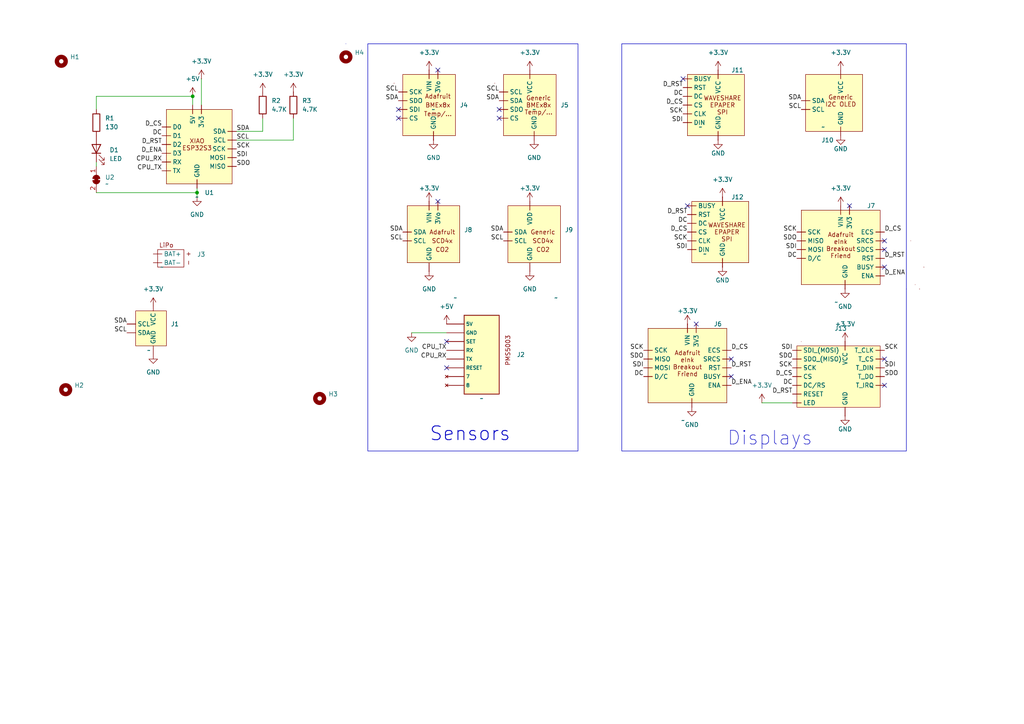
<source format=kicad_sch>
(kicad_sch (version 20231120) (generator "eeschema") (generator_version "8.0")
  (paper "A4")
  (title_block (title "BYO CO2 Monitor Prototype") (date "2024-07-22") (rev "0.2.0") (company "PDX Hackerspace / CETI Institute") (comment 1 "John Romkey"))
  (lib_symbols
    (symbol "1My Symbols:Waveshare_ePaper" (pin_numbers hide)
      (property "Reference" "J" (at 0 17.78 0))
      (symbol "Waveshare_ePaper_1_1"
        (rectangle (start -3.81 15.24) (end 12.7 -2.54) (fill (type background)))
        (text "WAVESHARE\nEPAPER\nSPI" (at 6.35 6.35 0) (effects (font (size 1.27 1.27))))
        (pin output line (at -5.08 13.97 0) (length 2.54) (name "BUSY") (number "1"))
        (pin input line (at -5.08 11.43 0) (length 2.54) (name "RST") (number "2"))
        (pin input line (at -5.08 8.89 0) (length 2.54) (name "DC") (number "3"))
        (pin input line (at -5.08 6.35 0) (length 2.54) (name "CS") (number "4"))
        (pin input line (at -5.08 3.81 0) (length 2.54) (name "CLK") (number "5"))
        (pin input line (at -5.08 1.27 0) (length 2.54) (name "DIN") (number "6"))
        (pin power_in line (at 5.08 -3.81 90) (length 2.54) (name "GND") (number "7"))
        (pin power_in line (at 5.08 16.51 270) (length 2.54) (name "VCC") (number "8"))
      )
    )
    (symbol "1mySymbols:Adafruit_BMEx8x_Breakout" (pin_numbers hide)
      (property "Reference" "J" (at 10.16 2.54 0))
      (symbol "Adafruit_BMEx8x_Breakout_1_1"
        (rectangle (start -11.43 7.62) (end -11.43 7.62))
        (rectangle (start -11.43 7.62) (end -11.43 7.62))
        (rectangle (start -8.89 10.16) (end 6.35 -7.62) (fill (type background)))
        (text "Adafruit" (at 1.27 3.81 0) (effects (font (size 1.27 1.27))))
        (text "BMEx8x" (at 1.27 1.27 0) (effects (font (size 1.27 1.27))))
        (text "Temp/..." (at 1.27 -1.27 0) (effects (font (size 1.27 1.27))))
        (pin power_in line (at -1.27 11.43 270) (length 2.54) (name "VIN") (number "1"))
        (pin power_out line (at 1.27 11.43 270) (length 2.54) (name "3Vo") (number "2"))
        (pin power_in line (at 0 -8.89 90) (length 2.54) (name "GND") (number "3"))
        (pin input line (at -10.16 5.08 0) (length 2.54) (name "SCK") (number "4"))
        (pin output line (at -10.16 2.54 0) (length 2.54) (name "SDO") (number "5"))
        (pin input line (at -10.16 0 0) (length 2.54) (name "SDI") (number "6"))
        (pin input line (at -10.16 -2.54 0) (length 2.54) (name "CS") (number "7"))
      )
    )
    (symbol "1mySymbols:Adafruit_SCD4x_Breakout" (pin_numbers hide)
      (property "Reference" "J" (at 2.54 19.05 0))
      (property "Footprint" "1myFootprints:Adafruit SCD4x Breakout" (at 0 0 0))
      (symbol "Adafruit_SCD4x_Breakout_1_1"
        (rectangle (start -13.97 26.67) (end 1.27 10.16) (fill (type background)))
        (text "Adafruit" (at -3.81 19.05 0) (effects (font (size 1.27 1.27))))
        (text "CO2" (at -3.81 13.97 0) (effects (font (size 1.27 1.27))))
        (text "SCD4x" (at -3.81 16.51 0) (effects (font (size 1.27 1.27))))
        (pin power_in line (at -7.62 27.94 270) (length 2.54) (name "VIN") (number "1"))
        (pin output line (at -5.08 27.94 270) (length 2.54) (name "3Vo") (number "2"))
        (pin power_in line (at -7.62 7.62 90) (length 2.54) (name "GND") (number "3"))
        (pin input line (at -15.24 16.51 0) (length 2.54) (name "SCL") (number "4"))
        (pin bidirectional line (at -15.24 19.05 0) (length 2.54) (name "SDA") (number "5"))
      )
    )
    (symbol "1mySymbols:Adafruit_eInk_Breakout_Friend" (pin_numbers hide)
      (property "Reference" "J" (at 0 0 0))
      (property "Footprint" "1myFootprints:Adafruit eInk Breakout Friend" (at 0 0 0))
      (symbol "Adafruit_eInk_Breakout_Friend_1_1"
        (rectangle (start -10.16 26.67) (end 12.7 5.08) (fill (type background)))
        (text "Adafruit\neInk\nBreakout\nFriend" (at 1.27 16.51 0) (effects (font (size 1.27 1.27))))
        (pin power_in line (at 1.27 27.94 270) (length 2.54) (name "VIN") (number "1"))
        (pin input line (at 13.97 15.24 180) (length 2.54) (name "RST") (number "10"))
        (pin input line (at 13.97 12.7 180) (length 2.54) (name "BUSY") (number "11"))
        (pin input line (at 13.97 10.16 180) (length 2.54) (name "ENA") (number "12"))
        (pin power_out line (at 3.81 27.94 270) (length 2.54) (name "3V3") (number "2"))
        (pin power_in line (at 2.54 3.81 90) (length 2.54) (name "GND") (number "3"))
        (pin input line (at -11.43 20.32 0) (length 2.54) (name "SCK") (number "4"))
        (pin output line (at -11.43 17.78 0) (length 2.54) (name "MISO") (number "5"))
        (pin input line (at -11.43 15.24 0) (length 2.54) (name "MOSI") (number "6"))
        (pin input line (at 13.97 20.32 180) (length 2.54) (name "ECS") (number "7"))
        (pin input line (at -11.43 12.7 0) (length 2.54) (name "D/C") (number "8"))
        (pin input line (at 13.97 17.78 180) (length 2.54) (name "SRCS") (number "9"))
      )
    )
    (symbol "1mySymbols:Adafruit_eInk_Breakout_GENERIC" (pin_numbers hide)
      (property "Reference" "J" (at 0 0 0))
      (property "Footprint" "1myFootprints:Adafruit eInk Breakout (GENERIC)" (at 0 0 0))
      (symbol "Adafruit_eInk_Breakout_GENERIC_1_1"
        (rectangle (start -10.16 26.67) (end 12.7 5.08) (fill (type background)))
        (text "Adafruit\neInk\nBreakout\nFriend" (at 1.27 16.51 0) (effects (font (size 1.27 1.27))))
        (pin power_in line (at 1.27 27.94 270) (length 2.54) (name "VIN") (number "1"))
        (pin input line (at 13.97 15.24 180) (length 2.54) (name "SDCS") (number "10"))
        (pin input line (at 13.97 12.7 180) (length 2.54) (name "RST") (number "11"))
        (pin input line (at 13.97 10.16 180) (length 2.54) (name "BUSY") (number "12"))
        (pin input line (at 13.97 7.62 180) (length 2.54) (name "ENA") (number "13"))
        (pin power_out line (at 3.81 27.94 270) (length 2.54) (name "3V3") (number "2"))
        (pin power_in line (at 2.54 3.81 90) (length 2.54) (name "GND") (number "3"))
        (pin input line (at -11.43 20.32 0) (length 2.54) (name "SCK") (number "4"))
        (pin output line (at -11.43 17.78 0) (length 2.54) (name "MISO") (number "5"))
        (pin input line (at -11.43 15.24 0) (length 2.54) (name "MOSI") (number "6"))
        (pin input line (at 13.97 20.32 180) (length 2.54) (name "ECS") (number "7"))
        (pin input line (at -11.43 12.7 0) (length 2.54) (name "D/C") (number "8"))
        (pin input line (at 13.97 17.78 180) (length 2.54) (name "SRCS") (number "9"))
      )
    )
    (symbol "1mySymbols:Generic_BMEx8x_Breakout" (pin_numbers hide)
      (property "Reference" "J" (at 10.16 2.54 0))
      (symbol "Generic_BMEx8x_Breakout_1_1"
        (rectangle (start -11.43 7.62) (end -11.43 7.62))
        (rectangle (start -11.43 7.62) (end -11.43 7.62))
        (rectangle (start -8.89 10.16) (end 6.35 -7.62) (fill (type background)))
        (text "Generic\nBMEx8x\nTemp/..." (at 1.27 1.27 0) (effects (font (size 1.27 1.27))))
        (pin power_in line (at -1.27 11.43 270) (length 2.54) (name "VCC") (number "1"))
        (pin power_in line (at 0 -8.89 90) (length 2.54) (name "GND") (number "2"))
        (pin input line (at -10.16 5.08 0) (length 2.54) (name "SCL") (number "3"))
        (pin bidirectional line (at -10.16 2.54 0) (length 2.54) (name "SDA") (number "4"))
        (pin input line (at -10.16 0 0) (length 2.54) (name "SDO") (number "5"))
        (pin input line (at -10.16 -2.54 0) (length 2.54) (name "CS") (number "6"))
      )
    )
    (symbol "1mySymbols:Generic_I2C_OLED" (pin_numbers hide)
      (property "Reference" "J" (at 1.27 -3.81 0))
      (symbol "Generic_I2C_OLED_1_1"
        (rectangle (start -5.08 15.24) (end 11.43 -1.27) (fill (type background)))
        (text "Generic\nI2C OLED" (at 5.08 7.62 0) (effects (font (size 1.27 1.27))))
        (pin input line (at -6.35 7.62 0) (length 2.54) (name "SDA") (number "1"))
        (pin input line (at -6.35 5.08 0) (length 2.54) (name "SCL") (number "2"))
        (pin power_in line (at 5.08 -2.54 90) (length 2.54) (name "GND") (number "3"))
        (pin power_in line (at 5.08 16.51 270) (length 2.54) (name "VCC") (number "4"))
      )
    )
    (symbol "1mySymbols:Generic_SCD4x_Breakout" (pin_numbers hide)
      (property "Reference" "J" (at 2.54 19.05 0))
      (property "Footprint" "1myFootprints:Generic SCD4x Breakout" (at 0 0 0))
      (symbol "Generic_SCD4x_Breakout_1_1"
        (rectangle (start -13.97 26.67) (end 1.27 10.16) (fill (type background)))
        (text "CO2" (at -3.81 13.97 0) (effects (font (size 1.27 1.27))))
        (text "Generic" (at -3.81 19.05 0) (effects (font (size 1.27 1.27))))
        (text "SCD4x" (at -3.81 16.51 0) (effects (font (size 1.27 1.27))))
        (pin power_in line (at -7.62 7.62 90) (length 2.54) (name "GND") (number "1"))
        (pin power_in line (at -7.62 27.94 270) (length 2.54) (name "VDD") (number "2"))
        (pin input line (at -15.24 16.51 0) (length 2.54) (name "SCL") (number "3"))
        (pin bidirectional line (at -15.24 19.05 0) (length 2.54) (name "SDA") (number "4"))
      )
    )
    (symbol "1mySymbols:LiPo_Connector" (pin_numbers hide)
      (property "Reference" "J" (at 0 -1.27 0))
      (symbol "LiPo_Connector_0_1"
        (rectangle (start -1.27 5.08) (end 6.35 0))
      )
      (symbol "LiPo_Connector_1_1"
        (text "+" (at 7.62 3.81 900) (effects (font (size 1.27 1.27))))
        (text "-" (at 7.62 1.27 900) (effects (font (size 1.27 1.27))))
        (text "LiPo" (at 1.27 6.35 0) (effects (font (size 1.27 1.27))))
        (pin bidirectional line (at -2.54 1.27 0) (length 2.54) (name "BAT-") (number "1"))
        (pin bidirectional line (at -2.54 3.81 0) (length 2.54) (name "BAT+") (number "2"))
      )
    )
    (symbol "1mySymbols:PMS5003_Connector" (pin_numbers hide)
      (property "Reference" "J" (at 0 26.67 0))
      (symbol "PMS5003_Connector_0_0"
        (rectangle (start -5.08 1.27) (end 5.08 24.13) (stroke (width 0.254)) (fill (type background)))
      )
      (symbol "PMS5003_Connector_1_0"
        (pin power_in line (at -10.16 21.59 0) (length 5.08) (name "5V") (number "1"))
        (pin power_in line (at -10.16 19.05 0) (length 5.08) (name "GND") (number "2"))
        (pin input line (at -10.16 16.51 0) (length 5.08) (name "SET") (number "3"))
        (pin input line (at -10.16 13.97 0) (length 5.08) (name "RX") (number "4"))
        (pin output line (at -10.16 11.43 0) (length 5.08) (name "TX") (number "5"))
        (pin input line (at -10.16 8.89 0) (length 5.08) (name "RESET") (number "6"))
        (pin no_connect line (at -10.16 6.35 0) (length 5.08) (name "7") (number "7"))
        (pin no_connect line (at -10.16 3.81 0) (length 5.08) (name "8") (number "8"))
      )
      (symbol "PMS5003_Connector_1_1"
        (text "PMS5003" (at 7.62 13.97 900) (effects (font (size 1.27 1.27))))
      )
    )
    (symbol "1mySymbols:SPI_TFT_Touch" (pin_numbers hide)
      (property "Reference" "U" (at 0 12.7 0))
      (symbol "SPI_TFT_Touch_0_1"
        (rectangle (start -11.43 8.89) (end -11.43 8.89))
        (rectangle (start 19.05 24.13) (end 19.05 24.13))
        (rectangle (start 20.32 38.1) (end 20.32 38.1))
        (rectangle (start 21.59 25.4) (end 21.59 25.4))
        (rectangle (start 22.86 24.13) (end 22.86 24.13))
        (rectangle (start 22.86 24.13) (end 22.86 24.13))
        (rectangle (start 24.13 30.48) (end 24.13 30.48))
        (rectangle (start 24.13 30.48) (end 24.13 30.48))
      )
      (symbol "SPI_TFT_Touch_1_1"
        (rectangle (start -12.7 7.62) (end 11.43 -10.16) (fill (type background)))
        (pin power_in line (at 1.27 8.89 270) (length 2.54) (name "VCC") (number "1"))
        (pin input line (at 12.7 6.35 180) (length 2.54) (name "T_CLK") (number "10"))
        (pin input line (at 12.7 3.81 180) (length 2.54) (name "T_CS") (number "11"))
        (pin input line (at 12.7 1.27 180) (length 2.54) (name "T_DIN") (number "12"))
        (pin output line (at 12.7 -1.27 180) (length 2.54) (name "T_DO") (number "13"))
        (pin output line (at 12.7 -3.81 180) (length 2.54) (name "T_IRQ") (number "14"))
        (pin power_in line (at 1.27 -12.7 90) (length 2.54) (name "GND") (number "2"))
        (pin input line (at -13.97 -1.27 0) (length 2.54) (name "CS") (number "3"))
        (pin input line (at -13.97 -6.35 0) (length 2.54) (name "RESET") (number "4"))
        (pin input line (at -13.97 -3.81 0) (length 2.54) (name "DC/RS") (number "5"))
        (pin input line (at -13.97 6.35 0) (length 2.54) (name "SDI_(MOSI)") (number "6"))
        (pin input line (at -13.97 1.27 0) (length 2.54) (name "SCK") (number "7"))
        (pin input line (at -13.97 -8.89 0) (length 2.54) (name "LED") (number "8"))
        (pin output line (at -13.97 3.81 0) (length 2.54) (name "SDO_(MISO)") (number "9"))
      )
    )
    (symbol "1mySymbols:STEMMA_QT/Qwiic" (pin_numbers hide)
      (property "Reference" "J" (at 0 15.24 0))
      (property "Footprint" "Connector_JST:JST_SH_SM04B-SRSS-TB_1x04-1MP_P1.00mm_Horizontal" (at 0 -2.54 0))
      (symbol "STEMMA_QT/Qwiic_1_1"
        (rectangle (start -3.81 11.43) (end 5.08 1.27) (fill (type background)))
        (pin power_in line (at 1.27 -1.27 90) (length 2.54) (name "GND") (number "1"))
        (pin power_in line (at 1.27 13.97 270) (length 2.54) (name "VCC") (number "2"))
        (pin bidirectional line (at -6.35 5.08 0) (length 2.54) (name "SDA") (number "3"))
        (pin input line (at -6.35 7.62 0) (length 2.54) (name "SCL") (number "4"))
      )
    )
    (symbol "1mySymbols:Xiao_ESP32S3" (pin_numbers hide)
      (property "Reference" "U" (at 0 30.48 0))
      (property "Datasheet" "https://wiki.seeedstudio.com/xiao_esp32s3_getting_started/" (at 0 0 0))
      (symbol "Xiao_ESP32S3_1_1"
        (rectangle (start -8.89 25.4) (end 10.16 3.81) (fill (type background)))
        (text "XIAO\nESP32S3" (at 0 15.24 0) (effects (font (size 1.27 1.27))))
        (pin bidirectional line (at -10.16 20.32 0) (length 2.54) (name "D0") (number "1"))
        (pin input line (at 11.43 8.89 180) (length 2.54) (name "MISO") (number "10"))
        (pin output line (at 11.43 11.43 180) (length 2.54) (name "MOSI") (number "11"))
        (pin output line (at 1.27 26.67 270) (length 2.54) (name "3v3") (number "12"))
        (pin power_out line (at 0 2.54 90) (length 2.54) (name "GND") (number "13"))
        (pin power_out line (at -1.27 26.67 270) (length 2.54) (name "5V") (number "14"))
        (pin bidirectional line (at -10.16 17.78 0) (length 2.54) (name "D1") (number "2"))
        (pin bidirectional line (at -10.16 15.24 0) (length 2.54) (name "D2") (number "3"))
        (pin bidirectional line (at -10.16 12.7 0) (length 2.54) (name "D3") (number "4"))
        (pin bidirectional line (at 11.43 19.05 180) (length 2.54) (name "SDA") (number "5"))
        (pin output line (at 11.43 16.51 180) (length 2.54) (name "SCL") (number "6"))
        (pin output line (at -10.16 7.62 0) (length 2.54) (name "TX") (number "7"))
        (pin input line (at -10.16 10.16 0) (length 2.54) (name "RX") (number "8"))
        (pin output line (at 11.43 13.97 180) (length 2.54) (name "SCK") (number "9"))
      )
    )
    (symbol "Device:LED" (pin_numbers hide) (pin_names (offset 1.016) hide)
      (property "Reference" "D" (at 0 2.54 0))
      (property "Value" "LED" (at 0 -2.54 0))
      (symbol "LED_0_1"
        (polyline (pts (xy -1.27 -1.27) (xy -1.27 1.27)) (stroke (width 0.254)))
        (polyline (pts (xy -1.27 0) (xy 1.27 0)))
        (polyline (pts (xy 1.27 -1.27) (xy 1.27 1.27) (xy -1.27 0) (xy 1.27 -1.27)) (stroke (width 0.254)))
        (polyline (pts (xy -3.048 -0.762) (xy -4.572 -2.286) (xy -3.81 -2.286) (xy -4.572 -2.286) (xy -4.572 -1.524)))
        (polyline (pts (xy -1.778 -0.762) (xy -3.302 -2.286) (xy -2.54 -2.286) (xy -3.302 -2.286) (xy -3.302 -1.524)))
      )
      (symbol "LED_1_1"
        (pin passive line (at -3.81 0 0) (length 2.54) (name "K") (number "1"))
        (pin passive line (at 3.81 0 180) (length 2.54) (name "A") (number "2"))
      )
    )
    (symbol "Device:R" (pin_numbers hide) (pin_names (offset 0))
      (property "Reference" "R" (at 2.032 0 90))
      (property "Value" "R" (at 0 0 90))
      (symbol "R_0_1"
        (rectangle (start -1.016 -2.54) (end 1.016 2.54) (stroke (width 0.254)))
      )
      (symbol "R_1_1"
        (pin passive line (at 0 3.81 270) (length 1.27) (name "~") (number "1"))
        (pin passive line (at 0 -3.81 90) (length 1.27) (name "~") (number "2"))
      )
    )
    (symbol "Jumper:SolderJumper_2_Bridged" (pin_names (offset 0) hide)
      (property "Reference" "JP" (at 0 2.032 0))
      (property "Value" "SolderJumper_2_Bridged" (at 0 -2.54 0))
      (symbol "SolderJumper_2_Bridged_0_1"
        (rectangle (start -0.508 0.508) (end 0.508 -0.508) (fill (type outline)))
        (arc (start -0.254 1.016) (mid -1.2656 0) (end -0.254 -1.016))
        (arc (start -0.254 1.016) (mid -1.2656 0) (end -0.254 -1.016) (fill (type outline)))
        (polyline (pts (xy -0.254 1.016) (xy -0.254 -1.016)))
        (polyline (pts (xy 0.254 1.016) (xy 0.254 -1.016)))
        (arc (start 0.254 -1.016) (mid 1.2656 0) (end 0.254 1.016))
        (arc (start 0.254 -1.016) (mid 1.2656 0) (end 0.254 1.016) (fill (type outline)))
      )
      (symbol "SolderJumper_2_Bridged_1_1"
        (pin passive line (at -3.81 0 0) (length 2.54) (name "A") (number "1"))
        (pin passive line (at 3.81 0 180) (length 2.54) (name "B") (number "2"))
      )
    )
    (symbol "Mechanical:MountingHole" (pin_names (offset 1.016))
      (property "Reference" "H" (at 0 5.08 0))
      (property "Value" "MountingHole" (at 0 3.175 0))
      (symbol "MountingHole_0_1"
        (circle (center 0 0) (radius 1.27) (stroke (width 1.27)))
      )
    )
    (symbol "MountingHole_1" (pin_numbers hide) (pin_names (offset 1.016) hide)
      (property "Reference" "H" (at 0 5.08 0))
      (property "Value" "MountingHole" (at 0 3.175 0))
      (symbol "MountingHole_1_0_1"
        (circle (center 0 0) (radius 1.27) (stroke (width 1.27)))
      )
    )
    (symbol "power:+3.3V" (power) (pin_numbers hide) (pin_names (offset 0) hide)
      (property "Value" "+3.3V" (at 0 3.556 0))
      (symbol "+3.3V_0_1"
        (polyline (pts (xy -0.762 1.27) (xy 0 2.54)))
        (polyline (pts (xy 0 0) (xy 0 2.54)))
        (polyline (pts (xy 0 2.54) (xy 0.762 1.27)))
      )
      (symbol "+3.3V_1_1"
        (pin power_in line (at 0 0 90) (length 0) (name "~") (number "1"))
      )
    )
    (symbol "power:+5V" (power) (pin_numbers hide) (pin_names (offset 0) hide)
      (property "Value" "+5V" (at 0 3.556 0))
      (symbol "+5V_0_1"
        (polyline (pts (xy -0.762 1.27) (xy 0 2.54)))
        (polyline (pts (xy 0 0) (xy 0 2.54)))
        (polyline (pts (xy 0 2.54) (xy 0.762 1.27)))
      )
      (symbol "+5V_1_1"
        (pin power_in line (at 0 0 90) (length 0) (name "~") (number "1"))
      )
    )
    (symbol "power:GND" (power) (pin_numbers hide) (pin_names (offset 0) hide)
      (property "Value" "GND" (at 0 -3.81 0))
      (symbol "GND_0_1"
        (polyline (pts (xy 0 0) (xy 0 -1.27) (xy 1.27 -1.27) (xy 0 -2.54) (xy -1.27 -1.27) (xy 0 -1.27)))
      )
      (symbol "GND_1_1"
        (pin power_in line (at 0 0 270) (length 0) (name "~") (number "1"))
      )
    )
  )
  (junction (at 57.15 55.88))
  (junction (at 55.88 27.94))
  (no_connect (at 127 58.42))
  (no_connect (at 256.54 104.14))
  (no_connect (at 212.09 109.22))
  (no_connect (at 129.54 106.68))
  (no_connect (at 212.09 104.14))
  (no_connect (at 201.93 93.98))
  (no_connect (at 256.54 72.39))
  (no_connect (at 246.38 59.69))
  (no_connect (at 144.78 34.29))
  (no_connect (at 199.39 59.69))
  (no_connect (at 256.54 69.85))
  (no_connect (at 115.57 31.75))
  (no_connect (at 256.54 111.76))
  (no_connect (at 127 20.32))
  (no_connect (at 129.54 99.06))
  (no_connect (at 115.57 34.29))
  (no_connect (at 144.78 31.75))
  (no_connect (at 198.12 22.86))
  (no_connect (at 256.54 77.47))
  (wire (pts (xy 27.94 27.94) (xy 27.94 31.75)))
  (wire (pts (xy 27.94 46.99) (xy 27.94 48.26)))
  (wire (pts (xy 76.2 34.29) (xy 76.2 38.1)))
  (wire (pts (xy 44.45 88.9) (xy 44.45 87.63)))
  (wire (pts (xy 57.15 55.88) (xy 57.15 54.61)))
  (wire (pts (xy 27.94 27.94) (xy 55.88 27.94)))
  (wire (pts (xy 68.58 38.1) (xy 76.2 38.1)))
  (wire (pts (xy 68.58 40.64) (xy 85.09 40.64)))
  (wire (pts (xy 220.98 116.84) (xy 229.87 116.84)))
  (wire (pts (xy 58.42 22.86) (xy 58.42 30.48)))
  (wire (pts (xy 57.15 57.15) (xy 57.15 55.88)))
  (wire (pts (xy 55.88 27.94) (xy 55.88 30.48)))
  (wire (pts (xy 85.09 34.29) (xy 85.09 40.64)))
  (wire (pts (xy 27.94 55.88) (xy 57.15 55.88)))
  (wire (pts (xy 119.38 96.52) (xy 129.54 96.52)))
  (rectangle (start 180.34 12.7) (end 262.89 130.81))
  (rectangle (start 106.68 12.7) (end 167.64 130.81))
  (rectangle (start 100.33 12.7) (end 100.33 12.7))
  (text "Sensors" (at 124.46 128.27 0) (effects (font (size 4 4) (thickness 0.254) (bold yes)) (justify left bottom)))
  (text "Displays" (at 210.82 129.54 0) (effects (font (size 4 4)) (justify left bottom)))
  (label "SDA" (at 115.57 29.21 180))
  (label "SDI" (at 198.12 35.56 180))
  (label "D_RST" (at 198.12 25.4 180))
  (label "SCK" (at 68.58 43.18 0))
  (label "DC" (at 198.12 27.94 180))
  (label "CPU_TX" (at 129.54 101.6 180))
  (label "SDA" (at 68.58 38.1 0))
  (label "D_RST" (at 46.99 41.91 180))
  (label "SDI" (at 256.54 106.68 0))
  (label "SCL" (at 115.57 26.67 180))
  (label "SCK" (at 231.14 67.31 180))
  (label "SCL" (at 68.58 40.64 0))
  (label "SCK" (at 256.54 101.6 0))
  (label "SDO" (at 186.69 104.14 180))
  (label "SDO" (at 231.14 69.85 180))
  (label "SCL" (at 116.84 69.85 180))
  (label "DC" (at 231.14 74.93 180))
  (label "SDI" (at 231.14 72.39 180))
  (label "DC" (at 229.87 111.76 180))
  (label "SCK" (at 198.12 33.02 180))
  (label "D_RST" (at 256.54 74.93 0))
  (label "D_CS" (at 256.54 67.31 0))
  (label "SDO" (at 68.58 48.26 0))
  (label "CPU_RX" (at 46.99 46.99 180))
  (label "SDO" (at 229.87 104.14 180))
  (label "D_CS" (at 212.09 101.6 0))
  (label "SDA" (at 232.41 29.21 180))
  (label "CPU_TX" (at 46.99 49.53 180))
  (label "D_CS" (at 46.99 36.83 180))
  (label "D_ENA" (at 256.54 80.01 0))
  (label "D_RST" (at 199.39 62.23 180))
  (label "SDI" (at 68.58 45.72 0))
  (label "DC" (at 199.39 64.77 180))
  (label "SCK" (at 199.39 69.85 180))
  (label "SDA" (at 116.84 67.31 180))
  (label "SDI" (at 229.87 101.6 180))
  (label "D_RST" (at 229.87 114.3 180))
  (label "SCK" (at 186.69 101.6 180))
  (label "CPU_RX" (at 129.54 104.14 180))
  (label "SDO" (at 256.54 109.22 0))
  (label "D_ENA" (at 46.99 44.45 180))
  (label "SCK" (at 229.87 106.68 180))
  (label "DC" (at 186.69 109.22 180))
  (label "SDA" (at 144.78 29.21 180))
  (label "SCL" (at 146.05 69.85 180))
  (label "D_CS" (at 198.12 30.48 180))
  (label "DC" (at 46.99 39.37 180))
  (label "SDA" (at 146.05 67.31 180))
  (label "SDA" (at 36.83 93.98 180))
  (label "SCL" (at 36.83 96.52 180))
  (label "D_CS" (at 229.87 109.22 180))
  (label "D_RST" (at 212.09 106.68 0))
  (label "SCL" (at 232.41 31.75 180))
  (label "SDI" (at 186.69 106.68 180))
  (label "SCL" (at 144.78 26.67 180))
  (label "D_ENA" (at 212.09 111.76 0))
  (label "D_CS" (at 199.39 67.31 180))
  (label "SDI" (at 199.39 72.39 180))
  (symbol (lib_id "power:GND") (at 243.84 39.37 0) (unit 1)
    (property "Reference" "#PWR026" (effects (hide yes)))
    (property "Value" "GND" (at 243.84 43.18 0))
    (property "Description" "Power symbol creates a global label with name \"GND\" , ground" (effects (hide yes)))
  )
  (symbol (lib_id "1mySymbols:LiPo_Connector") (at 46.99 77.47 0) (unit 1)
    (property "Reference" "J3" (at 57.15 73.7842 0) (effects (justify left)))
    (property "Value" "~" (at 46.99 77.47 0))
    (property "Footprint" "1myFootprints:LiPo Connector" (effects (hide yes)))
  )
  (symbol (lib_name "MountingHole_1") (lib_id "Mechanical:MountingHole") (at 100.33 16.51 0) (unit 1)
    (property "Reference" "H4" (at 102.87 15.24 0) (effects (justify left)))
    (property "Value" "MountingHole" (effects (hide yes)))
    (property "Footprint" "MountingHole:MountingHole_2.7mm_M2.5" (effects (hide yes)))
  )
  (symbol (lib_id "power:+3.3V") (at 209.55 57.15 0) (unit 1)
    (property "Reference" "#PWR022" (effects (hide yes)))
    (property "Value" "+3.3V" (at 209.55 52.07 0))
    (property "Description" "Power symbol creates a global label with name \"+3.3V\"" (effects (hide yes)))
  )
  (symbol (lib_id "power:+5V") (at 129.54 93.98 0) (unit 1)
    (property "Reference" "#PWR013" (effects (hide yes)))
    (property "Value" "+5V" (at 129.54 88.9 0))
    (property "Description" "Power symbol creates a global label with name \"+5V\"" (effects (hide yes)))
  )
  (symbol (lib_id "Device:LED") (at 27.94 43.18 90) (unit 1)
    (property "Reference" "D1" (at 31.75 43.4975 90) (effects (justify right)))
    (property "Value" "LED" (at 31.75 46.0375 90) (effects (justify right)))
    (property "Footprint" "LED_THT:LED_D3.0mm" (effects (hide yes)))
  )
  (symbol (lib_id "Device:R") (at 27.94 35.56 0) (unit 1)
    (property "Reference" "R1" (at 30.48 34.29 0) (effects (justify left)))
    (property "Value" "130" (at 30.48 36.83 0) (effects (justify left)))
    (property "Footprint" "Resistor_THT:R_Axial_DIN0207_L6.3mm_D2.5mm_P7.62mm_Horizontal" (effects (hide yes)))
  )
  (symbol (lib_id "power:+3.3V") (at 85.09 26.67 0) (unit 1)
    (property "Reference" "#PWR07" (effects (hide yes)))
    (property "Value" "+3.3V" (at 85.09 21.59 0))
    (property "Description" "Power symbol creates a global label with name \"+3.3V\"" (effects (hide yes)))
  )
  (symbol (lib_id "1My Symbols:Waveshare_ePaper") (at 204.47 73.66 0) (unit 1)
    (property "Reference" "J12" (at 212.09 57.15 0) (effects (justify left)))
    (property "Value" "~" (at 204.47 73.66 0))
    (property "Footprint" "1myFootprints:Waveshare ePaper SPI JST" (effects (hide yes)))
  )
  (symbol (lib_id "power:+3.3V") (at 243.84 20.32 0) (unit 1)
    (property "Reference" "#PWR025" (effects (hide yes)))
    (property "Value" "+3.3V" (at 243.84 15.24 0))
    (property "Description" "Power symbol creates a global label with name \"+3.3V\"" (effects (hide yes)))
  )
  (symbol (lib_id "1mySymbols:Generic_SCD4x_Breakout") (at 161.29 86.36 0) (unit 1)
    (property "Reference" "J9" (at 163.83 66.675 0) (effects (justify left)))
    (property "Value" "~" (at 161.29 86.36 0))
    (property "Footprint" "1myFootprints:Generic SCD4x Breakout" (effects (hide yes)))
  )
  (symbol (lib_id "1mySymbols:Generic_I2C_OLED") (at 238.76 36.83 0) (unit 1)
    (property "Reference" "J10" (at 240.03 40.64 0))
    (property "Value" "~" (at 238.76 36.83 0))
    (property "Footprint" "1myFootprints:Generic I2C OLED" (effects (hide yes)))
  )
  (symbol (lib_id "1mySymbols:Adafruit_SCD4x_Breakout") (at 132.08 86.36 0) (unit 1)
    (property "Reference" "J8" (at 134.62 66.675 0) (effects (justify left)))
    (property "Value" "~" (at 132.08 86.36 0))
    (property "Footprint" "1myFootprints:Adafruit SCD4x Breakout" (effects (hide yes)))
  )
  (symbol (lib_id "Device:R") (at 76.2 30.48 0) (unit 1)
    (property "Reference" "R2" (at 78.74 29.21 0) (effects (justify left)))
    (property "Value" "4.7K" (at 78.74 31.75 0) (effects (justify left)))
    (property "Footprint" "Resistor_THT:R_Axial_DIN0207_L6.3mm_D2.5mm_P7.62mm_Horizontal" (effects (hide yes)))
  )
  (symbol (lib_id "power:+3.3V") (at 58.42 22.86 0) (unit 1)
    (property "Reference" "#PWR05" (effects (hide yes)))
    (property "Value" "+3.3V" (at 58.42 17.78 0))
    (property "Description" "Power symbol creates a global label with name \"+3.3V\"" (effects (hide yes)))
  )
  (symbol (lib_id "power:GND") (at 208.28 40.64 0) (unit 1)
    (property "Reference" "#PWR021" (effects (hide yes)))
    (property "Value" "GND" (at 208.28 44.45 0))
    (property "Description" "Power symbol creates a global label with name \"GND\" , ground" (effects (hide yes)))
  )
  (symbol (lib_id "power:+3.3V") (at 44.45 88.9 0) (unit 1)
    (property "Reference" "#PWR01" (effects (hide yes)))
    (property "Value" "+3.3V" (at 44.45 83.82 0))
    (property "Description" "Power symbol creates a global label with name \"+3.3V\"" (effects (hide yes)))
  )
  (symbol (lib_id "Mechanical:MountingHole") (at 17.78 17.78 0) (unit 1)
    (property "Reference" "H1" (at 20.32 16.51 0) (effects (justify left)))
    (property "Value" "MountingHole" (effects (hide yes)))
    (property "Footprint" "MountingHole:MountingHole_2.7mm_M2.5" (effects (hide yes)))
  )
  (symbol (lib_id "power:+3.3V") (at 245.11 99.06 0) (unit 1)
    (property "Reference" "#PWR029" (effects (hide yes)))
    (property "Value" "+3.3V" (at 245.11 93.98 0))
    (property "Description" "Power symbol creates a global label with name \"+3.3V\"" (effects (hide yes)))
  )
  (symbol (lib_id "power:GND") (at 209.55 77.47 0) (unit 1)
    (property "Reference" "#PWR023" (effects (hide yes)))
    (property "Value" "GND" (at 209.55 81.28 0))
    (property "Description" "Power symbol creates a global label with name \"GND\" , ground" (effects (hide yes)))
  )
  (symbol (lib_id "power:+3.3V") (at 243.84 59.69 0) (unit 1)
    (property "Reference" "#PWR027" (effects (hide yes)))
    (property "Value" "+3.3V" (at 243.84 54.61 0))
    (property "Description" "Power symbol creates a global label with name \"+3.3V\"" (effects (hide yes)))
  )
  (symbol (lib_id "Device:R") (at 85.09 30.48 0) (unit 1)
    (property "Reference" "R3" (at 87.63 29.21 0) (effects (justify left)))
    (property "Value" "4.7K" (at 87.63 31.75 0) (effects (justify left)))
    (property "Footprint" "Resistor_THT:R_Axial_DIN0207_L6.3mm_D2.5mm_P7.62mm_Horizontal" (effects (hide yes)))
  )
  (symbol (lib_id "power:GND") (at 200.66 118.11 0) (unit 1)
    (property "Reference" "#PWR019" (effects (hide yes)))
    (property "Value" "GND" (at 200.66 123.19 0))
    (property "Description" "Power symbol creates a global label with name \"GND\" , ground" (effects (hide yes)))
  )
  (symbol (lib_id "power:GND") (at 153.67 78.74 0) (unit 1)
    (property "Reference" "#PWR016" (effects (hide yes)))
    (property "Value" "GND" (at 153.67 83.82 0))
    (property "Description" "Power symbol creates a global label with name \"GND\" , ground" (effects (hide yes)))
  )
  (symbol (lib_id "1mySymbols:Adafruit_eInk_Breakout_Friend") (at 198.12 121.92 0) (unit 1)
    (property "Reference" "J6" (at 207.01 93.98 0) (effects (justify left)))
    (property "Value" "~" (at 198.12 121.92 0))
    (property "Footprint" "1myFootprints:Adafruit eInk Breakout Friend" (effects (hide yes)))
    (property "Datasheet" "https://www.adafruit.com/product/4224" (effects (hide yes)))
  )
  (symbol (lib_id "Jumper:SolderJumper_2_Bridged") (at 27.94 52.07 270) (unit 1)
    (property "Reference" "U2" (at 30.48 51.4349 90) (effects (justify left)))
    (property "Value" "~" (at 30.48 53.34 90) (effects (justify left)))
    (property "Footprint" "Jumper:SolderJumper-2_P1.3mm_Bridged_RoundedPad1.0x1.5mm" (effects (hide yes)))
  )
  (symbol (lib_id "power:+3.3V") (at 124.46 58.42 0) (unit 1)
    (property "Reference" "#PWR010" (effects (hide yes)))
    (property "Value" "+3.3V" (at 124.46 54.61 0))
    (property "Description" "Power symbol creates a global label with name \"+3.3V\"" (effects (hide yes)))
  )
  (symbol (lib_id "power:GND") (at 245.11 120.65 0) (unit 1)
    (property "Reference" "#PWR030" (effects (hide yes)))
    (property "Value" "GND" (at 245.11 124.46 0))
    (property "Description" "Power symbol creates a global label with name \"GND\" , ground" (effects (hide yes)))
  )
  (symbol (lib_id "1My Symbols:Waveshare_ePaper") (at 203.2 36.83 0) (unit 1)
    (property "Reference" "J11" (at 212.09 20.32 0) (effects (justify left)))
    (property "Value" "~" (at 203.2 36.83 0))
    (property "Footprint" "1myFootprints:Wavshare ePaper SPI" (effects (hide yes)))
  )
  (symbol (lib_id "1mySymbols:Adafruit_BMEx8x_Breakout") (at 125.73 31.75 0) (unit 1)
    (property "Reference" "J4" (at 133.35 30.48 0) (effects (justify left)))
    (property "Value" "~" (at 125.73 31.75 0))
    (property "Footprint" "1myFootprints:Adafruit BMx8x Breakout" (effects (hide yes)))
  )
  (symbol (lib_id "1mySymbols:Generic_BMEx8x_Breakout") (at 154.94 31.75 0) (unit 1)
    (property "Reference" "J5" (at 162.56 30.48 0) (effects (justify left)))
    (property "Value" "~" (at 154.94 31.75 0))
    (property "Footprint" "1myFootprints:Generic BMx8x Breakout" (effects (hide yes)))
  )
  (symbol (lib_id "power:GND") (at 125.73 40.64 0) (unit 1)
    (property "Reference" "#PWR012" (effects (hide yes)))
    (property "Value" "GND" (at 125.73 45.72 0))
    (property "Description" "Power symbol creates a global label with name \"GND\" , ground" (effects (hide yes)))
  )
  (symbol (lib_id "1mySymbols:STEMMA_QT/Qwiic") (at 43.18 101.6 0) (unit 1)
    (property "Reference" "J1" (at 49.53 93.98 0) (effects (justify left)))
    (property "Value" "~" (at 43.18 101.6 0))
    (property "Footprint" "Connector_JST:JST_SH_SM04B-SRSS-TB_1x04-1MP_P1.00mm_Horizontal" (effects (hide yes)))
    (property "Datasheet" "https://learn.adafruit.com/introducing-adafruit-stemma-qt/what-is-stemma-qt" (effects (hide yes)))
  )
  (symbol (lib_id "power:+3.3V") (at 153.67 20.32 0) (unit 1)
    (property "Reference" "#PWR014" (effects (hide yes)))
    (property "Value" "+3.3V" (at 153.67 15.24 0))
    (property "Description" "Power symbol creates a global label with name \"+3.3V\"" (effects (hide yes)))
  )
  (symbol (lib_id "1mySymbols:PMS5003_Connector") (at 139.7 115.57 0) (unit 1)
    (property "Reference" "J2" (at 149.86 102.87 0) (effects (justify left)))
    (property "Value" "~" (at 139.7 115.57 0))
    (property "Footprint" "1myFootprints:PMS5003 Connector" (effects (hide yes)))
    (property "Datasheet" "https://www.digikey.jp/htmldatasheets/production/2903006/0/0/1/pms5003-series-manual.html" (effects (hide yes)))
  )
  (symbol (lib_id "power:+3.3V") (at 153.67 58.42 0) (unit 1)
    (property "Reference" "#PWR015" (effects (hide yes)))
    (property "Value" "+3.3V" (at 153.67 54.61 0))
    (property "Description" "Power symbol creates a global label with name \"+3.3V\"" (effects (hide yes)))
  )
  (symbol (lib_id "power:GND") (at 44.45 102.87 0) (unit 1)
    (property "Reference" "#PWR02" (effects (hide yes)))
    (property "Value" "GND" (at 44.45 107.95 0))
    (property "Description" "Power symbol creates a global label with name \"GND\" , ground" (effects (hide yes)))
  )
  (symbol (lib_id "power:GND") (at 124.46 78.74 0) (unit 1)
    (property "Reference" "#PWR011" (effects (hide yes)))
    (property "Value" "GND" (at 124.46 83.82 0))
    (property "Description" "Power symbol creates a global label with name \"GND\" , ground" (effects (hide yes)))
  )
  (symbol (lib_id "1mySymbols:SPI_TFT_Touch") (at 243.84 107.95 0) (unit 1)
    (property "Reference" "J13" (at 243.84 95.25 0))
    (property "Value" "~" (at 233.68 106.68 0))
    (property "Footprint" "1myFootprints:SPI_TFT_TOUCH" (effects (hide yes)))
  )
  (symbol (lib_id "power:+3.3V") (at 199.39 93.98 0) (unit 1)
    (property "Reference" "#PWR018" (effects (hide yes)))
    (property "Value" "+3.3V" (at 199.39 90.17 0))
    (property "Description" "Power symbol creates a global label with name \"+3.3V\"" (effects (hide yes)))
  )
  (symbol (lib_id "power:GND") (at 119.38 96.52 0) (unit 1)
    (property "Reference" "#PWR08" (effects (hide yes)))
    (property "Value" "GND" (at 119.38 101.6 0))
    (property "Description" "Power symbol creates a global label with name \"GND\" , ground" (effects (hide yes)))
  )
  (symbol (lib_id "Mechanical:MountingHole") (at 19.05 113.03 0) (unit 1)
    (property "Reference" "H2" (at 21.59 111.76 0) (effects (justify left)))
    (property "Value" "MountingHole" (effects (hide yes)))
    (property "Footprint" "MountingHole:MountingHole_2.7mm_M2.5" (effects (hide yes)))
  )
  (symbol (lib_id "power:GND") (at 57.15 57.15 0) (unit 1)
    (property "Reference" "#PWR04" (effects (hide yes)))
    (property "Value" "GND" (at 57.15 62.23 0))
    (property "Description" "Power symbol creates a global label with name \"GND\" , ground" (effects (hide yes)))
  )
  (symbol (lib_id "1mySymbols:Adafruit_eInk_Breakout_GENERIC") (at 242.57 87.63 0) (unit 1)
    (property "Reference" "J7" (at 251.46 59.69 0) (effects (justify left)))
    (property "Value" "~" (at 242.57 87.63 0))
    (property "Footprint" "1myFootprints:Adafruit eInk Breakout (GENERIC)" (effects (hide yes)))
    (property "Datasheet" "https://www.adafruit.com/product/4196" (effects (hide yes)))
  )
  (symbol (lib_id "power:GND") (at 154.94 40.64 0) (unit 1)
    (property "Reference" "#PWR017" (effects (hide yes)))
    (property "Value" "GND" (at 154.94 45.72 0))
    (property "Description" "Power symbol creates a global label with name \"GND\" , ground" (effects (hide yes)))
  )
  (symbol (lib_id "power:+3.3V") (at 208.28 20.32 0) (unit 1)
    (property "Reference" "#PWR020" (effects (hide yes)))
    (property "Value" "+3.3V" (at 208.28 15.24 0))
    (property "Description" "Power symbol creates a global label with name \"+3.3V\"" (effects (hide yes)))
  )
  (symbol (lib_id "Mechanical:MountingHole") (at 92.71 115.57 0) (unit 1)
    (property "Reference" "H3" (at 95.25 114.3 0) (effects (justify left)))
    (property "Value" "MountingHole" (effects (hide yes)))
    (property "Footprint" "MountingHole:MountingHole_2.7mm_M2.5" (effects (hide yes)))
  )
  (symbol (lib_id "power:+3.3V") (at 220.98 116.84 0) (unit 1)
    (property "Reference" "#PWR024" (effects (hide yes)))
    (property "Value" "+3.3V" (at 220.98 111.76 0))
    (property "Description" "Power symbol creates a global label with name \"+3.3V\"" (effects (hide yes)))
  )
  (symbol (lib_id "power:+3.3V") (at 76.2 26.67 0) (unit 1)
    (property "Reference" "#PWR06" (effects (hide yes)))
    (property "Value" "+3.3V" (at 76.2 21.59 0))
    (property "Description" "Power symbol creates a global label with name \"+3.3V\"" (effects (hide yes)))
  )
  (symbol (lib_id "1mySymbols:Xiao_ESP32S3") (at 57.15 57.15 0) (unit 1)
    (property "Reference" "U1" (at 59.3441 55.88 0) (effects (justify left)))
    (property "Value" "~" (at 57.15 57.15 0))
    (property "Footprint" "1myFootprints:Xiao ESP32S3" (effects (hide yes)))
    (property "Datasheet" "https://wiki.seeedstudio.com/xiao_esp32s3_getting_started/" (effects (hide yes)))
  )
  (symbol (lib_id "power:GND") (at 245.11 83.82 0) (unit 1)
    (property "Reference" "#PWR028" (effects (hide yes)))
    (property "Value" "GND" (at 245.11 88.9 0))
    (property "Description" "Power symbol creates a global label with name \"GND\" , ground" (effects (hide yes)))
  )
  (symbol (lib_id "power:+3.3V") (at 124.46 20.32 0) (unit 1)
    (property "Reference" "#PWR09" (effects (hide yes)))
    (property "Value" "+3.3V" (at 124.46 15.24 0))
    (property "Description" "Power symbol creates a global label with name \"+3.3V\"" (effects (hide yes)))
  )
  (symbol (lib_id "power:+5V") (at 55.88 27.94 0) (unit 1)
    (property "Reference" "#PWR03" (effects (hide yes)))
    (property "Value" "+5V" (at 55.88 22.86 0))
    (property "Description" "Power symbol creates a global label with name \"+5V\"" (effects (hide yes)))
  )
)
</source>
